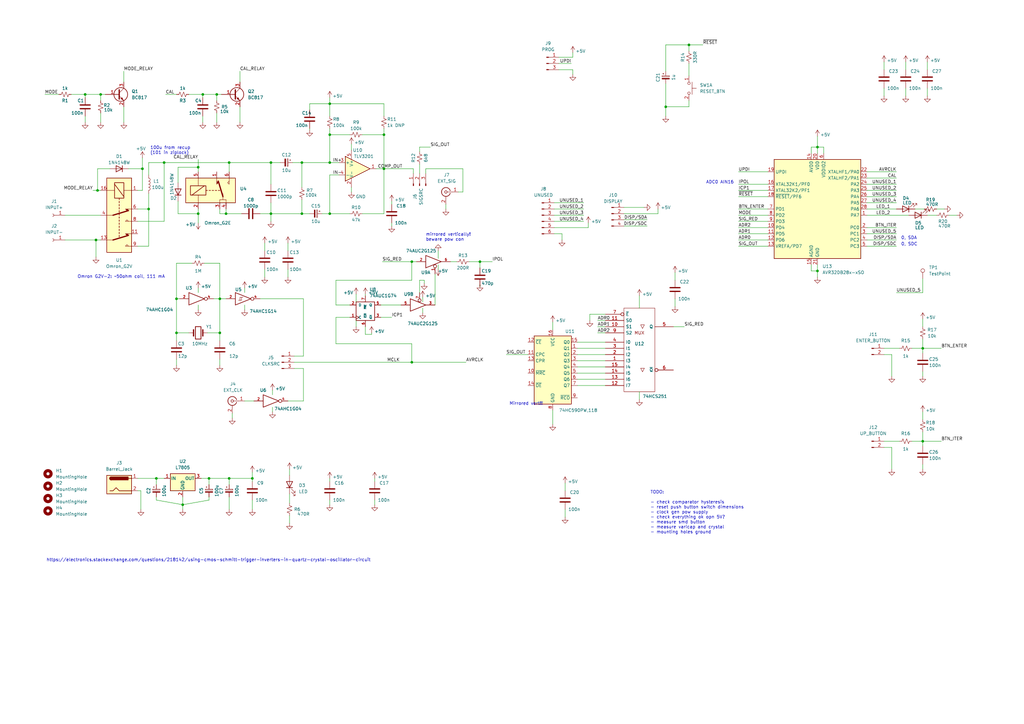
<source format=kicad_sch>
(kicad_sch (version 20211123) (generator eeschema)
  (paper "A3")
  (junction (at 93.98 66.675))
  (junction (at 123.825 66.675))
  (junction (at 135.255 42.545))
  (junction (at 72.39 122.555))
  (junction (at 85.725 196.215))
  (junction (at 168.91 107.315))
  (junction (at 64.135 196.215))
  (junction (at 74.93 207.01))
  (junction (at 378.46 180.975))
  (junction (at 135.255 55.245))
  (junction (at 282.575 18.415))
  (junction (at 88.9 38.735))
  (junction (at 90.17 122.555))
  (junction (at 378.46 142.875))
  (junction (at 41.275 38.735))
  (junction (at 81.28 68.58))
  (junction (at 111.125 66.675))
  (junction (at 335.28 60.325))
  (junction (at 196.85 107.315))
  (junction (at 111.125 87.63))
  (junction (at 67.31 66.675))
  (junction (at 40.005 78.105))
  (junction (at 273.05 43.815))
  (junction (at 103.505 196.215))
  (junction (at 168.91 148.59))
  (junction (at 39.37 98.425))
  (junction (at 135.255 66.675))
  (junction (at 157.48 55.245))
  (junction (at 92.71 87.63))
  (junction (at 123.825 87.63))
  (junction (at 93.98 196.215))
  (junction (at 81.28 87.63))
  (junction (at 58.42 69.215))
  (junction (at 335.28 111.125))
  (junction (at 60.96 85.725))
  (junction (at 157.48 69.215))
  (junction (at 34.925 38.735))
  (junction (at 83.185 38.735))
  (junction (at 72.39 136.525))
  (junction (at 135.255 87.63))
  (junction (at 90.17 136.525))
  (wire (pts (xy 231.775 208.915) (xy 231.775 212.09)))
  (wire (pts (xy 83.185 38.735) (xy 83.185 40.005)))
  (wire (pts (xy 236.855 158.115) (xy 248.285 158.115)))
  (wire (pts (xy 143.51 55.245) (xy 135.255 55.245)))
  (wire (pts (xy 152.4 136.525) (xy 152.4 137.16)))
  (wire (pts (xy 93.98 196.215) (xy 93.98 198.755)))
  (wire (pts (xy 81.28 68.58) (xy 81.28 65.405)))
  (wire (pts (xy 103.505 205.105) (xy 103.505 208.915)))
  (wire (pts (xy 56.515 90.805) (xy 67.31 90.805)))
  (wire (pts (xy 302.895 70.485) (xy 314.96 70.485)))
  (wire (pts (xy 335.28 55.88) (xy 335.28 60.325)))
  (wire (pts (xy 18.415 38.735) (xy 24.13 38.735)))
  (wire (pts (xy 156.21 125.095) (xy 164.465 125.095)))
  (wire (pts (xy 118.11 164.465) (xy 124.46 164.465)))
  (wire (pts (xy 88.9 46.355) (xy 88.9 50.165)))
  (wire (pts (xy 146.05 131.445) (xy 146.05 133.985)))
  (wire (pts (xy 262.255 160.655) (xy 262.255 163.83)))
  (wire (pts (xy 64.135 205.105) (xy 74.93 207.01)))
  (wire (pts (xy 137.795 140.97) (xy 168.91 140.97)))
  (wire (pts (xy 207.645 145.415) (xy 216.535 145.415)))
  (wire (pts (xy 189.865 69.215) (xy 174.625 69.215)))
  (wire (pts (xy 90.17 136.525) (xy 90.17 139.7)))
  (wire (pts (xy 276.86 111.76) (xy 276.86 114.935)))
  (wire (pts (xy 173.355 126.365) (xy 173.355 128.27)))
  (wire (pts (xy 72.39 107.95) (xy 72.39 122.555)))
  (wire (pts (xy 365.76 183.515) (xy 365.76 192.405)))
  (wire (pts (xy 127 87.63) (xy 123.825 87.63)))
  (wire (pts (xy 38.1 78.105) (xy 40.005 78.105)))
  (wire (pts (xy 100.33 164.465) (xy 104.14 164.465)))
  (wire (pts (xy 148.59 87.63) (xy 157.48 87.63)))
  (wire (pts (xy 168.91 107.315) (xy 168.91 114.935)))
  (wire (pts (xy 196.85 107.315) (xy 201.93 107.315)))
  (wire (pts (xy 154.305 69.215) (xy 157.48 69.215)))
  (wire (pts (xy 40.005 69.215) (xy 40.005 78.105)))
  (wire (pts (xy 124.46 151.13) (xy 124.46 164.465)))
  (wire (pts (xy 127 42.545) (xy 135.255 42.545)))
  (wire (pts (xy 67.31 66.675) (xy 93.98 66.675)))
  (wire (pts (xy 60.96 100.965) (xy 60.96 85.725)))
  (wire (pts (xy 380.365 88.265) (xy 384.175 88.265)))
  (wire (pts (xy 355.6 100.965) (xy 367.665 100.965)))
  (wire (pts (xy 135.255 40.005) (xy 135.255 42.545)))
  (wire (pts (xy 56.515 100.965) (xy 60.96 100.965)))
  (wire (pts (xy 332.74 108.585) (xy 332.74 111.125)))
  (wire (pts (xy 92.71 87.63) (xy 99.06 87.63)))
  (wire (pts (xy 74.93 207.01) (xy 85.725 205.105)))
  (wire (pts (xy 282.575 18.415) (xy 288.29 18.415)))
  (wire (pts (xy 34.925 38.735) (xy 34.925 40.005)))
  (wire (pts (xy 90.17 122.555) (xy 92.71 122.555)))
  (wire (pts (xy 282.575 26.035) (xy 282.575 31.115)))
  (wire (pts (xy 168.91 148.59) (xy 168.91 140.97)))
  (wire (pts (xy 81.28 125.095) (xy 81.28 127)))
  (wire (pts (xy 160.655 91.44) (xy 160.655 92.71)))
  (wire (pts (xy 156.21 130.175) (xy 160.655 130.175)))
  (wire (pts (xy 302.895 88.265) (xy 314.96 88.265)))
  (wire (pts (xy 375.285 85.725) (xy 379.095 85.725)))
  (wire (pts (xy 137.795 114.935) (xy 137.795 125.095)))
  (wire (pts (xy 229.235 28.575) (xy 234.95 28.575)))
  (wire (pts (xy 72.39 122.555) (xy 73.66 122.555)))
  (wire (pts (xy 135.255 196.215) (xy 135.255 197.485)))
  (wire (pts (xy 302.895 100.965) (xy 314.96 100.965)))
  (wire (pts (xy 135.255 55.245) (xy 135.255 52.705)))
  (wire (pts (xy 236.855 153.035) (xy 248.285 153.035)))
  (wire (pts (xy 187.96 78.74) (xy 189.865 78.74)))
  (wire (pts (xy 81.28 87.63) (xy 81.28 85.725)))
  (wire (pts (xy 93.98 66.675) (xy 111.125 66.675)))
  (wire (pts (xy 239.395 85.725) (xy 227.33 85.725)))
  (wire (pts (xy 362.585 183.515) (xy 365.76 183.515)))
  (wire (pts (xy 40.005 78.105) (xy 41.275 78.105)))
  (wire (pts (xy 236.855 150.495) (xy 248.285 150.495)))
  (wire (pts (xy 302.895 78.105) (xy 314.96 78.105)))
  (wire (pts (xy 100.33 118.11) (xy 100.33 120.015)))
  (wire (pts (xy 168.91 148.59) (xy 191.135 148.59)))
  (wire (pts (xy 41.275 38.735) (xy 41.275 41.275)))
  (wire (pts (xy 239.395 83.185) (xy 227.33 83.185)))
  (wire (pts (xy 355.6 95.885) (xy 367.665 95.885)))
  (wire (pts (xy 148.59 55.245) (xy 157.48 55.245)))
  (wire (pts (xy 367.665 73.025) (xy 355.6 73.025)))
  (wire (pts (xy 81.28 70.485) (xy 81.28 68.58)))
  (wire (pts (xy 85.725 203.835) (xy 85.725 205.105)))
  (wire (pts (xy 378.46 177.165) (xy 378.46 180.975)))
  (wire (pts (xy 123.825 76.835) (xy 123.825 66.675)))
  (wire (pts (xy 56.515 85.725) (xy 60.96 85.725)))
  (wire (pts (xy 172.085 114.935) (xy 172.085 120.015)))
  (wire (pts (xy 355.6 98.425) (xy 367.665 98.425)))
  (wire (pts (xy 26.67 88.265) (xy 41.275 88.265)))
  (wire (pts (xy 111.125 83.185) (xy 111.125 87.63)))
  (wire (pts (xy 196.85 117.475) (xy 196.85 116.84)))
  (wire (pts (xy 103.505 193.675) (xy 103.505 196.215)))
  (wire (pts (xy 73.025 87.63) (xy 81.28 87.63)))
  (wire (pts (xy 157.48 87.63) (xy 157.48 69.215)))
  (wire (pts (xy 118.745 192.405) (xy 118.745 194.945)))
  (wire (pts (xy 362.585 25.4) (xy 362.585 28.575)))
  (wire (pts (xy 371.475 25.4) (xy 371.475 28.575)))
  (wire (pts (xy 273.05 43.815) (xy 282.575 43.815)))
  (wire (pts (xy 88.9 38.735) (xy 88.9 41.275)))
  (wire (pts (xy 302.895 95.885) (xy 314.96 95.885)))
  (wire (pts (xy 137.795 130.175) (xy 143.51 130.175)))
  (wire (pts (xy 179.705 102.87) (xy 179.705 106.045)))
  (wire (pts (xy 227.33 95.885) (xy 230.505 95.885)))
  (wire (pts (xy 168.91 107.315) (xy 170.815 107.315)))
  (wire (pts (xy 378.46 180.975) (xy 386.08 180.975)))
  (wire (pts (xy 45.085 69.215) (xy 40.005 69.215)))
  (wire (pts (xy 335.28 108.585) (xy 335.28 111.125)))
  (wire (pts (xy 174.625 69.215) (xy 174.625 71.12)))
  (wire (pts (xy 255.905 85.09) (xy 264.16 85.09)))
  (wire (pts (xy 302.895 98.425) (xy 314.96 98.425)))
  (wire (pts (xy 241.935 128.905) (xy 248.285 128.905)))
  (wire (pts (xy 374.015 142.875) (xy 378.46 142.875)))
  (wire (pts (xy 378.46 168.91) (xy 378.46 172.085)))
  (wire (pts (xy 234.95 21.59) (xy 234.95 23.495)))
  (wire (pts (xy 157.48 69.215) (xy 157.48 55.245)))
  (wire (pts (xy 226.695 168.275) (xy 226.695 173.99)))
  (wire (pts (xy 83.82 107.95) (xy 90.17 107.95)))
  (wire (pts (xy 137.795 125.095) (xy 143.51 125.095)))
  (wire (pts (xy 302.895 80.645) (xy 314.96 80.645)))
  (wire (pts (xy 173.355 121.92) (xy 173.355 123.825)))
  (wire (pts (xy 73.025 74.93) (xy 73.025 68.58)))
  (wire (pts (xy 173.99 114.935) (xy 173.99 116.205)))
  (wire (pts (xy 227.33 93.345) (xy 241.3 93.345)))
  (wire (pts (xy 64.135 196.215) (xy 67.31 196.215)))
  (wire (pts (xy 229.235 23.495) (xy 234.95 23.495)))
  (wire (pts (xy 34.925 47.625) (xy 34.925 50.165)))
  (wire (pts (xy 57.785 201.295) (xy 57.785 208.915)))
  (wire (pts (xy 123.825 87.63) (xy 111.125 87.63)))
  (wire (pts (xy 157.48 52.705) (xy 157.48 55.245)))
  (wire (pts (xy 72.39 122.555) (xy 72.39 136.525)))
  (wire (pts (xy 189.865 78.74) (xy 189.865 69.215)))
  (wire (pts (xy 380.365 25.4) (xy 380.365 28.575)))
  (wire (pts (xy 56.515 201.295) (xy 57.785 201.295)))
  (wire (pts (xy 378.46 190.5) (xy 378.46 192.405)))
  (wire (pts (xy 90.17 147.32) (xy 90.17 149.86)))
  (wire (pts (xy 245.11 133.985) (xy 248.285 133.985)))
  (wire (pts (xy 127 52.705) (xy 127 53.34)))
  (wire (pts (xy 93.98 203.835) (xy 93.98 208.915)))
  (wire (pts (xy 123.825 66.675) (xy 135.255 66.675)))
  (wire (pts (xy 58.42 69.215) (xy 58.42 78.105)))
  (wire (pts (xy 332.74 60.325) (xy 335.28 60.325)))
  (wire (pts (xy 111.76 167.005) (xy 111.76 168.91)))
  (wire (pts (xy 83.185 47.625) (xy 83.185 50.165)))
  (wire (pts (xy 273.05 34.29) (xy 273.05 43.815)))
  (wire (pts (xy 50.8 29.21) (xy 50.8 33.655)))
  (wire (pts (xy 276.86 122.555) (xy 276.86 125.73)))
  (wire (pts (xy 302.895 85.725) (xy 314.96 85.725)))
  (wire (pts (xy 389.255 88.265) (xy 392.43 88.265)))
  (wire (pts (xy 58.42 64.77) (xy 58.42 69.215)))
  (wire (pts (xy 74.93 207.01) (xy 74.93 208.915)))
  (wire (pts (xy 255.905 87.63) (xy 269.875 87.63)))
  (wire (pts (xy 120.65 148.59) (xy 168.91 148.59)))
  (wire (pts (xy 236.855 145.415) (xy 248.285 145.415)))
  (wire (pts (xy 367.665 70.485) (xy 355.6 70.485)))
  (wire (pts (xy 29.21 38.735) (xy 34.925 38.735)))
  (wire (pts (xy 371.475 36.195) (xy 371.475 39.37)))
  (wire (pts (xy 118.11 110.49) (xy 118.11 113.665)))
  (wire (pts (xy 139.065 66.675) (xy 135.255 66.675)))
  (wire (pts (xy 60.96 79.375) (xy 60.96 85.725)))
  (wire (pts (xy 362.585 36.195) (xy 362.585 39.37)))
  (wire (pts (xy 135.255 66.675) (xy 135.255 55.245)))
  (wire (pts (xy 143.51 87.63) (xy 135.255 87.63)))
  (wire (pts (xy 118.745 202.565) (xy 118.745 206.375)))
  (wire (pts (xy 106.68 122.555) (xy 124.46 122.555)))
  (wire (pts (xy 337.82 62.865) (xy 337.82 60.325)))
  (wire (pts (xy 245.11 136.525) (xy 248.285 136.525)))
  (wire (pts (xy 39.37 98.425) (xy 41.275 98.425)))
  (wire (pts (xy 236.855 155.575) (xy 248.285 155.575)))
  (wire (pts (xy 90.17 107.95) (xy 90.17 122.555)))
  (wire (pts (xy 362.585 180.975) (xy 368.935 180.975)))
  (wire (pts (xy 367.665 83.185) (xy 355.6 83.185)))
  (wire (pts (xy 26.67 98.425) (xy 39.37 98.425)))
  (wire (pts (xy 82.55 196.215) (xy 85.725 196.215)))
  (wire (pts (xy 67.945 38.735) (xy 72.39 38.735)))
  (wire (pts (xy 90.17 87.63) (xy 90.17 85.725)))
  (wire (pts (xy 41.275 46.355) (xy 41.275 50.165)))
  (wire (pts (xy 236.855 142.875) (xy 248.285 142.875)))
  (wire (pts (xy 355.6 93.345) (xy 367.665 93.345)))
  (wire (pts (xy 50.8 43.815) (xy 50.8 50.165)))
  (wire (pts (xy 230.505 95.885) (xy 230.505 98.425)))
  (wire (pts (xy 135.255 42.545) (xy 135.255 47.625)))
  (wire (pts (xy 52.705 69.215) (xy 58.42 69.215)))
  (wire (pts (xy 153.67 205.105) (xy 153.67 207.01)))
  (wire (pts (xy 378.46 152.4) (xy 378.46 154.305)))
  (wire (pts (xy 367.665 75.565) (xy 355.6 75.565)))
  (wire (pts (xy 367.665 85.725) (xy 355.6 85.725)))
  (wire (pts (xy 118.745 211.455) (xy 118.745 214.63)))
  (wire (pts (xy 169.545 69.215) (xy 169.545 71.12)))
  (wire (pts (xy 378.46 142.875) (xy 378.46 144.78)))
  (wire (pts (xy 111.125 87.63) (xy 111.125 90.805)))
  (wire (pts (xy 124.46 146.05) (xy 120.65 146.05)))
  (wire (pts (xy 314.96 93.345) (xy 302.895 93.345)))
  (wire (pts (xy 106.68 87.63) (xy 111.125 87.63)))
  (wire (pts (xy 118.11 99.695) (xy 118.11 102.87)))
  (wire (pts (xy 236.855 147.955) (xy 248.285 147.955)))
  (wire (pts (xy 172.085 60.325) (xy 176.53 60.325)))
  (wire (pts (xy 144.145 76.835) (xy 144.145 78.74)))
  (wire (pts (xy 380.365 36.195) (xy 380.365 39.37)))
  (wire (pts (xy 60.96 66.675) (xy 67.31 66.675)))
  (wire (pts (xy 362.585 145.415) (xy 365.76 145.415)))
  (wire (pts (xy 98.425 43.815) (xy 98.425 50.165)))
  (wire (pts (xy 156.845 107.315) (xy 168.91 107.315)))
  (wire (pts (xy 378.46 139.065) (xy 378.46 142.875)))
  (wire (pts (xy 157.48 69.215) (xy 169.545 69.215)))
  (wire (pts (xy 332.74 111.125) (xy 335.28 111.125)))
  (wire (pts (xy 226.695 132.08) (xy 226.695 135.255)))
  (wire (pts (xy 241.935 128.905) (xy 241.935 131.445)))
  (wire (pts (xy 378.46 130.81) (xy 378.46 133.985)))
  (wire (pts (xy 98.425 33.655) (xy 98.425 29.21)))
  (wire (pts (xy 34.925 38.735) (xy 41.275 38.735)))
  (wire (pts (xy 81.28 118.11) (xy 81.28 120.015)))
  (wire (pts (xy 39.37 98.425) (xy 39.37 105.41)))
  (wire (pts (xy 135.255 71.755) (xy 139.065 71.755)))
  (wire (pts (xy 73.025 82.55) (xy 73.025 87.63)))
  (wire (pts (xy 157.48 47.625) (xy 157.48 42.545)))
  (wire (pts (xy 81.28 91.44) (xy 81.28 87.63)))
  (wire (pts (xy 192.405 107.315) (xy 196.85 107.315)))
  (wire (pts (xy 85.09 136.525) (xy 90.17 136.525)))
  (wire (pts (xy 111.76 160.02) (xy 111.76 161.925)))
  (wire (pts (xy 67.31 90.805) (xy 67.31 66.675)))
  (wire (pts (xy 64.135 196.215) (xy 64.135 198.755)))
  (wire (pts (xy 114.935 66.675) (xy 111.125 66.675)))
  (wire (pts (xy 365.76 145.415) (xy 365.76 154.305)))
  (wire (pts (xy 120.65 151.13) (xy 124.46 151.13)))
  (wire (pts (xy 367.665 78.105) (xy 355.6 78.105)))
  (wire (pts (xy 245.11 131.445) (xy 248.285 131.445)))
  (wire (pts (xy 179.705 108.585) (xy 179.705 110.49)))
  (wire (pts (xy 178.435 112.395) (xy 178.435 125.095)))
  (wire (pts (xy 78.74 107.95) (xy 72.39 107.95)))
  (wire (pts (xy 374.015 180.975) (xy 378.46 180.975)))
  (wire (pts (xy 111.125 66.675) (xy 111.125 75.565)))
  (wire (pts (xy 236.855 140.335) (xy 248.285 140.335)))
  (wire (pts (xy 378.46 180.975) (xy 378.46 182.88)))
  (wire (pts (xy 64.135 203.835) (xy 64.135 205.105)))
  (wire (pts (xy 269.875 85.725) (xy 269.875 87.63)))
  (wire (pts (xy 72.39 136.525) (xy 72.39 139.7)))
  (wire (pts (xy 314.96 75.565) (xy 302.895 75.565)))
  (wire (pts (xy 85.725 196.215) (xy 93.98 196.215)))
  (wire (pts (xy 93.98 196.215) (xy 103.505 196.215)))
  (wire (pts (xy 41.275 38.735) (xy 43.18 38.735)))
  (wire (pts (xy 184.785 107.315) (xy 187.325 107.315)))
  (wire (pts (xy 332.74 60.325) (xy 332.74 62.865)))
  (wire (pts (xy 231.775 198.12) (xy 231.775 201.295)))
  (wire (pts (xy 149.86 120.65) (xy 149.86 121.285)))
  (wire (pts (xy 255.905 92.71) (xy 265.43 92.71)))
  (wire (pts (xy 90.17 122.555) (xy 90.17 136.525)))
  (wire (pts (xy 172.085 62.23) (xy 172.085 60.325)))
  (wire (pts (xy 262.255 121.285) (xy 262.255 126.365)))
  (wire (pts (xy 282.575 41.275) (xy 282.575 43.815)))
  (wire (pts (xy 124.46 122.555) (xy 124.46 146.05)))
  (wire (pts (xy 83.185 38.735) (xy 88.9 38.735)))
  (wire (pts (xy 149.86 133.985) (xy 149.86 137.16)))
  (wire (pts (xy 172.085 71.12) (xy 172.085 67.31)))
  (wire (pts (xy 241.3 91.44) (xy 241.3 93.345)))
  (wire (pts (xy 234.95 28.575) (xy 234.95 30.48)))
  (wire (pts (xy 74.93 207.01) (xy 74.93 203.835)))
  (wire (pts (xy 95.25 169.545) (xy 95.25 171.45)))
  (wire (pts (xy 362.585 142.875) (xy 368.935 142.875)))
  (wire (pts (xy 367.665 80.645) (xy 355.6 80.645)))
  (wire (pts (xy 92.71 85.725) (xy 92.71 87.63)))
  (wire (pts (xy 384.175 85.725) (xy 387.35 85.725)))
  (wire (pts (xy 132.08 87.63) (xy 135.255 87.63)))
  (wire (pts (xy 72.39 147.32) (xy 72.39 149.86)))
  (wire (pts (xy 157.48 42.545) (xy 135.255 42.545)))
  (wire (pts (xy 302.895 90.805) (xy 314.96 90.805)))
  (wire (pts (xy 273.05 18.415) (xy 282.575 18.415)))
  (wire (pts (xy 335.28 60.325) (xy 337.82 60.325)))
  (wire (pts (xy 239.395 90.805) (xy 227.33 90.805)))
  (wire (pts (xy 153.67 196.215) (xy 153.67 197.485)))
  (wire (pts (xy 90.17 87.63) (xy 92.71 87.63)))
  (wire (pts (xy 56.515 196.215) (xy 64.135 196.215)))
  (wire (pts (xy 234.315 26.035) (xy 229.235 26.035)))
  (wire (pts (xy 378.46 142.875) (xy 386.08 142.875)))
  (wire (pts (xy 123.825 81.915) (xy 123.825 87.63)))
  (wire (pts (xy 108.585 99.695) (xy 108.585 102.87)))
  (wire (pts (xy 149.86 137.16) (xy 152.4 137.16)))
  (wire (pts (xy 135.255 87.63) (xy 135.255 71.755)))
  (wire (pts (xy 85.725 196.215) (xy 85.725 198.755)))
  (wire (pts (xy 58.42 78.105) (xy 56.515 78.105)))
  (wire (pts (xy 160.655 82.55) (xy 160.655 83.82)))
  (wire (pts (xy 273.05 29.21) (xy 273.05 18.415)))
  (wire (pts (xy 137.795 140.97) (xy 137.795 130.175)))
  (wire (pts (xy 127 45.085) (xy 127 42.545)))
  (wire (pts (xy 239.395 88.265) (xy 227.33 88.265)))
  (wire (pts (xy 280.67 133.985) (xy 276.225 133.985)))
  (wire (pts (xy 73.025 68.58) (xy 81.28 68.58)))
  (wire (pts (xy 60.96 71.755) (xy 60.96 66.675)))
  (wire (pts (xy 335.28 111.125) (xy 335.28 113.665)))
  (wire (pts (xy 172.085 114.935) (xy 173.99 114.935)))
  (wire (pts (xy 255.905 90.17) (xy 265.43 90.17)))
  (wire (pts (xy 196.85 107.315) (xy 196.85 109.855)))
  (wire (pts (xy 93.98 66.675) (xy 93.98 70.485)))
  (wire (pts (xy 108.585 110.49) (xy 108.585 113.665)))
  (wire (pts (xy 273.05 43.815) (xy 273.05 47.625)))
  (wire (pts (xy 367.665 120.015) (xy 378.46 120.015)))
  (wire (pts (xy 372.745 88.265) (xy 355.6 88.265)))
  (wire (pts (xy 182.88 83.82) (xy 182.88 85.725)))
  (wire (pts (xy 146.05 120.65) (xy 146.05 123.825)))
  (wire (pts (xy 120.015 66.675) (xy 123.825 66.675)))
  (wire (pts (xy 87.63 122.555) (xy 90.17 122.555)))
  (wire (pts (xy 103.505 196.215) (xy 103.505 197.485)))
  (wire (pts (xy 100.33 125.095) (xy 100.33 127)))
  (wire (pts (xy 335.28 62.865) (xy 335.28 60.325)))
  (wire (pts (xy 88.9 38.735) (xy 90.805 38.735)))
  (wire (pts (xy 144.145 59.055) (xy 144.145 61.595)))
  (wire (pts (xy 135.255 205.105) (xy 135.255 207.01)))
  (wire (pts (xy 72.39 136.525) (xy 77.47 136.525)))
  (wire (pts (xy 282.575 18.415) (xy 282.575 20.955)))
  (wire (pts (xy 77.47 38.735) (xy 83.185 38.735)))
  (wire (pts (xy 168.91 114.935) (xy 137.795 114.935)))
  (wire (pts (xy 378.46 120.015) (xy 378.46 114.3)))
  (text "100u from recup\n(101 in ziplock)" (at 61.595 63.5 0) (effects (font (size 1.27 1.27)) (justify left bottom)))
  (text "mirrored vertically!\nbeware pow con\n" (at 174.625 99.06 0) (effects (font (size 1.27 1.27)) (justify left bottom)))
  (text "0, SDC\n" (at 369.57 100.965 0) (effects (font (size 1.27 1.27)) (justify left bottom)))
  (text "TODO:\n\n- check comparator hysteresis\n- reset push button switch dimensions\n- clock gen pow supply\n- check everything ok opn 5V?\n- measure smd button\n- measure varicap and crystal\n- mounting holes ground\n" (at 266.7 219.075 0) (effects (font (size 1.27 1.27)) (justify left bottom)))
  (text "Mirrored vert!!\n" (at 208.915 166.37 0) (effects (font (size 1.27 1.27)) (justify left bottom)))
  (text "Omron G2V-2: ~50ohm coil, 111 mA" (at 31.75 114.3 0) (effects (font (size 1.27 1.27)) (justify left bottom)))
  (text "ADC0 AIN16\n" (at 289.56 75.565 0) (effects (font (size 1.27 1.27)) (justify left bottom)))
  (text "0, SDA" (at 369.57 98.425 0) (effects (font (size 1.27 1.27)) (justify left bottom)))
  (text "https://electronics.stackexchange.com/questions/218142/using-cmos-schmitt-trigger-inverters-in-quartz-crystal-oscillator-circuit" (at 19.05 230.505 0) (effects (font (size 1.27 1.27)) (justify left bottom)))
  (label "UNUSED_4" (at 367.665 83.185 180))
  (label "ADR1" (at 302.895 95.885 0))
  (label "UNUSED_2" (at 239.395 85.725 180))
  (label "AVRCLK" (at 191.135 148.59 0))
  (label "UPDI" (at 302.895 70.485 0))
  (label "CAL" (at 367.665 73.025 180))
  (label "MODE" (at 18.415 38.735 0))
  (label "ADR0" (at 245.11 131.445 0))
  (label "UPDI" (at 234.315 26.035 180))
  (label "IPOL" (at 201.93 107.315 0))
  (label "UNUSED_5" (at 367.665 95.885 180))
  (label "ICP1" (at 302.895 78.105 0))
  (label "UNUSED_2" (at 367.665 78.105 180))
  (label "MODE" (at 302.895 88.265 0))
  (label "UNUSED_3" (at 239.395 88.265 180))
  (label "ICP1" (at 160.655 130.175 0))
  (label "DISP{slash}SDC" (at 265.43 92.71 180))
  (label "UNUSED_5" (at 367.665 120.015 0))
  (label "BTN_ITER" (at 367.665 93.345 180))
  (label "DISP{slash}SDC" (at 367.665 100.965 180))
  (label "SIG_RED" (at 156.845 107.315 0))
  (label "~{RESET}" (at 288.29 18.415 0))
  (label "SIG_RED" (at 280.67 133.985 0))
  (label "ADR1" (at 245.11 133.985 0))
  (label "IN-" (at 136.525 71.755 0))
  (label "SIG_OUT" (at 176.53 60.325 0))
  (label "BTN_ENTER" (at 302.895 85.725 0))
  (label "IN+" (at 136.525 66.675 0))
  (label "UNUSED_1" (at 367.665 75.565 180))
  (label "SIG_OUT" (at 302.895 100.965 0))
  (label "AVRCLK" (at 367.665 70.485 180))
  (label "UNUSED_4" (at 239.395 90.805 180))
  (label "CAL" (at 67.945 38.735 0))
  (label "MODE_RELAY" (at 50.8 29.21 0))
  (label "DISP{slash}SDA" (at 367.665 98.425 180))
  (label "UNUSED_1" (at 239.395 83.185 180))
  (label "CAL_RELAY" (at 81.28 65.405 180))
  (label "DISP{slash}SDA" (at 265.43 90.17 180))
  (label "ADR0" (at 302.895 98.425 0))
  (label "BTN_ENTER" (at 386.08 142.875 0))
  (label "CAL_RELAY" (at 98.425 29.21 0))
  (label "LED_1" (at 365.125 85.725 180))
  (label "ADR2" (at 302.895 93.345 0))
  (label "IPOL" (at 302.895 75.565 0))
  (label "BTN_ITER" (at 386.08 180.975 0))
  (label "LED_2" (at 365.125 88.265 180))
  (label "COMP_OUT" (at 154.94 69.215 0))
  (label "MODE_RELAY" (at 38.1 78.105 180))
  (label "MCLK" (at 158.75 148.59 0))
  (label "SIG_OUT" (at 207.645 145.415 0))
  (label "UNUSED_3" (at 367.665 80.645 180))
  (label "ADR2" (at 245.11 136.525 0))
  (label "~{RESET}" (at 302.895 80.645 0))
  (label "SIG_RED" (at 302.895 90.805 0))
  (symbol (lib_id "Device:C") (at 108.585 106.68 180) (unit 1)
    (property "Reference" "C10" (at 109.22 103.505 0) (effects (justify right)))
    (property "Value" "100n" (at 109.22 110.49 0) (effects (justify right)))
    (property "Footprint" "Capacitor_SMD:C_0805_2012Metric_Pad1.18x1.45mm_HandSolder" (effects hide))
  )
  (symbol (lib_id "power:GND") (at 231.775 212.09 0) (unit 1)
    (property "Reference" "#PWR056" (effects hide))
    (property "Value" "GND" (effects hide))
  )
  (symbol (lib_id "Device:C_Polarized_Small") (at 64.135 201.295 0) (unit 1)
    (property "Reference" "C2" (at 60.96 201.295 90))
    (property "Value" "100u" (at 67.31 201.295 90))
    (property "Footprint" "Capacitor_THT:CP_Radial_D5.0mm_P2.00mm" (effects hide))
  )
  (symbol (lib_id "power:+5V") (at 81.28 91.44 0) (mirror x) (unit 1)
    (property "Reference" "#PWR09" (effects hide))
    (property "Value" "+5V" (at 78.105 92.075 0))
  )
  (symbol (lib_id "power:GND") (at 108.585 113.665 0) (unit 1)
    (property "Reference" "#PWR023" (effects hide))
    (property "Value" "GND" (effects hide))
  )
  (symbol (lib_id "power:GND") (at 362.585 39.37 0) (unit 1)
    (property "Reference" "#PWR071" (effects hide))
    (property "Value" "GND" (effects hide))
  )
  (symbol (lib_id "Device:C") (at 127 48.895 180) (unit 1)
    (property "Reference" "C14" (at 123.825 46.355 0) (effects (justify right)))
    (property "Value" "100n" (at 121.285 51.435 0) (effects (justify right)))
    (property "Footprint" "Capacitor_SMD:C_0805_2012Metric_Pad1.18x1.45mm_HandSolder" (effects hide))
  )
  (symbol (lib_id "power:GND") (at 371.475 39.37 0) (unit 1)
    (property "Reference" "#PWR075" (effects hide))
    (property "Value" "GND" (effects hide))
  )
  (symbol (lib_id "power:+5V") (at 173.355 121.92 0) (unit 1)
    (property "Reference" "#PWR045" (effects hide))
    (property "Value" "+5V" (at 176.53 121.285 0))
  )
  (symbol (lib_id "power:GND") (at 127 53.34 0) (unit 1)
    (property "Reference" "#PWR031" (effects hide))
    (property "Value" "GND" (effects hide))
  )
  (symbol (lib_id "power:+5V") (at 262.255 121.285 0) (unit 1)
    (property "Reference" "#PWR061" (effects hide))
    (property "Value" "+5V" (at 265.43 120.65 0))
  )
  (symbol (lib_id "Device:C") (at 135.255 201.295 180) (unit 1)
    (property "Reference" "C16" (at 137.16 198.12 0) (effects (justify right)))
    (property "Value" "100n" (at 136.525 205.105 0) (effects (justify right)))
    (property "Footprint" "Capacitor_SMD:C_0805_2012Metric_Pad1.18x1.45mm_HandSolder" (effects hide))
  )
  (symbol (lib_id "power:+5V") (at 111.76 160.02 0) (unit 1)
    (property "Reference" "#PWR025" (effects hide))
    (property "Value" "+5V" (at 114.935 159.385 0))
  )
  (symbol (lib_id "power:GND") (at 144.145 78.74 0) (unit 1)
    (property "Reference" "#PWR036" (effects hide))
    (property "Value" "GND" (at 147.955 80.645 0))
  )
  (symbol (lib_id "Connector:TestPoint") (at 378.46 114.3 0) (unit 1)
    (property "Reference" "TP1" (at 381 109.7279 0) (effects (justify left)))
    (property "Value" "TestPoint" (at 381 112.2679 0) (effects (justify left)))
    (property "Footprint" "TestPoint:TestPoint_THTPad_1.0x1.0mm_Drill0.5mm" (effects hide))
  )
  (symbol (lib_id "74xx_IEEE:74251") (at 262.255 142.875 0) (unit 1)
    (property "Reference" "U12" (at 262.255 140.97 0))
    (property "Value" "74HCS251" (at 268.605 162.56 0))
    (property "Footprint" "Package_SO:SOIC-16_4.55x10.3mm_P1.27mm" (effects hide))
  )
  (symbol (lib_id "power:GND") (at 146.05 133.985 0) (mirror y) (unit 1)
    (property "Reference" "#PWR038" (effects hide))
    (property "Value" "GND" (effects hide))
  )
  (symbol (lib_id "74xGxx:74AUC2G125") (at 178.435 107.315 0) (mirror x) (unit 1)
    (property "Reference" "U9" (at 174.625 111.76 0))
    (property "Value" "74AUC2G125" (at 172.72 102.87 0))
    (property "Footprint" "Package_SO:VSSOP-8_2.4x2.1mm_P0.5mm" (effects hide))
    (property "Datasheet" "http://www.ti.com/lit/sg/scyt129e/scyt129e.pdf" (effects hide))
  )
  (symbol (lib_id "power:GND") (at 153.67 207.01 0) (unit 1)
    (property "Reference" "#PWR042" (effects hide))
    (property "Value" "GND" (effects hide))
  )
  (symbol (lib_id "power:GND") (at 100.33 127 0) (mirror y) (unit 1)
    (property "Reference" "#PWR019" (effects hide))
    (property "Value" "GND" (effects hide))
  )
  (symbol (lib_id "Device:C") (at 378.46 148.59 180) (unit 1)
    (property "Reference" "C25" (at 381 147.32 0) (effects (justify right)))
    (property "Value" "100n" (at 381 149.86 0) (effects (justify right)))
    (property "Footprint" "Capacitor_SMD:C_0805_2012Metric_Pad1.18x1.45mm_HandSolder" (effects hide))
  )
  (symbol (lib_id "Comparator:TLV7031DBV") (at 146.685 69.215 0) (unit 1)
    (property "Reference" "U10" (at 146.685 61.595 0))
    (property "Value" "TLV3201" (at 149.225 64.135 0))
    (property "Footprint" "Package_TO_SOT_SMD:SOT-23-5" (effects hide))
    (property "Datasheet" "https://www.ti.com/lit/ds/symlink/tlv7031.pdf" (effects hide))
  )
  (symbol (lib_id "Device:C_Polarized_Small") (at 117.475 66.675 270) (unit 1)
    (property "Reference" "C12" (at 117.475 63.5 90))
    (property "Value" "10u" (at 117.475 69.85 90))
    (property "Footprint" "Capacitor_THT:CP_Radial_D5.0mm_P2.00mm" (effects hide))
  )
  (symbol (lib_id "power:GND") (at 378.46 192.405 0) (unit 1)
    (property "Reference" "#PWR079" (effects hide))
    (property "Value" "GND" (effects hide))
  )
  (symbol (lib_id "Device:C_Polarized_Small") (at 129.54 87.63 270) (unit 1)
    (property "Reference" "C15" (at 129.54 84.455 90))
    (property "Value" "10u" (at 129.54 90.805 90))
    (property "Footprint" "Capacitor_THT:CP_Radial_D5.0mm_P2.00mm" (effects hide))
  )
  (symbol (lib_id "power:GND") (at 95.25 171.45 0) (mirror y) (unit 1)
    (property "Reference" "#PWR016" (effects hide))
    (property "Value" "GND" (effects hide))
  )
  (symbol (lib_id "power:+5V") (at 335.28 55.88 0) (unit 1)
    (property "Reference" "#PWR068" (effects hide))
    (property "Value" "+5V" (at 338.455 55.245 0))
  )
  (symbol (lib_id "power:GND") (at 179.705 102.87 0) (mirror x) (unit 1)
    (property "Reference" "#PWR048" (effects hide))
    (property "Value" "GND" (effects hide))
  )
  (symbol (lib_id "custom:Omron_G2E") (at 87.63 78.105 0) (unit 1)
    (property "Reference" "U4" (at 98.425 77.4064 0) (effects (justify left)))
    (property "Value" "Omron_G2E" (at 83.82 91.44 0) (effects (justify left)))
    (property "Footprint" "custom:Omron G2E" (effects hide))
  )
  (symbol (lib_id "Device:R_Small_US") (at 172.085 64.77 180) (unit 1)
    (property "Reference" "R12" (at 169.545 64.77 90))
    (property "Value" "6k8" (at 174.625 64.77 90))
    (property "Footprint" "Resistor_SMD:R_0805_2012Metric_Pad1.20x1.40mm_HandSolder" (effects hide))
  )
  (symbol (lib_id "power:+5V") (at 149.86 120.65 0) (unit 1)
    (property "Reference" "#PWR039" (effects hide))
    (property "Value" "+5V" (at 153.035 120.015 0))
  )
  (symbol (lib_id "power:GND") (at 365.76 154.305 0) (unit 1)
    (property "Reference" "#PWR072" (effects hide))
    (property "Value" "GND" (effects hide))
  )
  (symbol (lib_id "power:GND") (at 93.98 208.915 0) (unit 1)
    (property "Reference" "#PWR015" (effects hide))
    (property "Value" "GND" (effects hide))
  )
  (symbol (lib_id "power:GND") (at 81.28 127 0) (mirror y) (unit 1)
    (property "Reference" "#PWR011" (effects hide))
    (property "Value" "GND" (effects hide))
  )
  (symbol (lib_id "Diode:1N4148W") (at 73.025 78.74 270) (mirror x) (unit 1)
    (property "Reference" "D2" (at 69.85 81.28 90) (effects (justify left)))
    (property "Value" "1N4148W" (at 70.485 80.01 0) (effects (justify left)))
    (property "Footprint" "Diode_SMD:D_SOD-123" (effects hide))
    (property "Datasheet" "https://www.vishay.com/docs/85748/1n4148w.pdf" (effects hide))
  )
  (symbol (lib_id "power:+5V") (at 234.95 21.59 0) (unit 1)
    (property "Reference" "#PWR057" (effects hide))
    (property "Value" "+5V" (at 238.125 20.955 0))
  )
  (symbol (lib_id "Device:R_Small_US") (at 26.67 38.735 270) (unit 1)
    (property "Reference" "R1" (at 26.67 41.275 90))
    (property "Value" "1k" (at 26.67 36.195 90))
    (property "Footprint" "Resistor_SMD:R_0805_2012Metric_Pad1.20x1.40mm_HandSolder" (effects hide))
  )
  (symbol (lib_id "Device:C") (at 103.505 201.295 180) (unit 1)
    (property "Reference" "C9" (at 105.41 198.12 0) (effects (justify right)))
    (property "Value" "100n" (at 104.775 205.105 0) (effects (justify right)))
    (property "Footprint" "Capacitor_SMD:C_0805_2012Metric_Pad1.18x1.45mm_HandSolder" (effects hide))
  )
  (symbol (lib_id "Mechanical:MountingHole") (at 19.685 199.39 0) (unit 1)
    (property "Reference" "H2" (at 22.86 198.1199 0) (effects (justify left)))
    (property "Value" "MountingHole" (at 22.86 200.6599 0) (effects (justify left)))
    (property "Footprint" "MountingHole:MountingHole_3.2mm_M3_Pad" (effects hide))
  )
  (symbol (lib_id "Device:R_Small_US") (at 378.46 136.525 0) (unit 1)
    (property "Reference" "R17" (at 382.27 135.255 0))
    (property "Value" "10k" (at 382.27 137.795 0))
    (property "Footprint" "Resistor_SMD:R_0805_2012Metric_Pad1.20x1.40mm_HandSolder" (effects hide))
  )
  (symbol (lib_id "power:+5V") (at 276.86 111.76 0) (unit 1)
    (property "Reference" "#PWR066" (effects hide))
    (property "Value" "+5V" (at 280.035 111.125 0))
  )
  (symbol (lib_id "Device:C") (at 196.85 113.665 180) (unit 1)
    (property "Reference" "C19" (at 197.485 111.125 0) (effects (justify right)))
    (property "Value" "470p" (at 197.485 116.205 0) (effects (justify right)))
    (property "Footprint" "Capacitor_SMD:C_0805_2012Metric_Pad1.18x1.45mm_HandSolder" (effects hide))
  )
  (symbol (lib_id "Device:C") (at 160.655 87.63 180) (unit 1)
    (property "Reference" "C18" (at 162.56 84.455 0) (effects (justify right)))
    (property "Value" "100n" (at 161.925 91.44 0) (effects (justify right)))
    (property "Footprint" "Capacitor_SMD:C_0805_2012Metric_Pad1.18x1.45mm_HandSolder" (effects hide))
  )
  (symbol (lib_id "Device:C_Polarized_Small") (at 273.05 31.75 0) (unit 1)
    (property "Reference" "C21" (at 269.875 31.75 90))
    (property "Value" "1u" (at 276.225 31.75 90))
    (property "Footprint" "Capacitor_SMD:C_0805_2012Metric_Pad1.18x1.45mm_HandSolder" (effects hide))
  )
  (symbol (lib_id "Device:R_Small_US") (at 282.575 23.495 180) (unit 1)
    (property "Reference" "R14" (at 280.035 23.495 90))
    (property "Value" "330R" (at 285.115 23.495 90))
    (property "Footprint" "Resistor_SMD:R_0805_2012Metric_Pad1.20x1.40mm_HandSolder" (effects hide))
  )
  (symbol (lib_id "Device:C") (at 153.67 201.295 180) (unit 1)
    (property "Reference" "C17" (at 155.575 198.12 0) (effects (justify right)))
    (property "Value" "100n" (at 154.94 205.105 0) (effects (justify right)))
    (property "Footprint" "Capacitor_SMD:C_0805_2012Metric_Pad1.18x1.45mm_HandSolder" (effects hide))
  )
  (symbol (lib_id "power:+5V") (at 160.655 82.55 0) (unit 1)
    (property "Reference" "#PWR043" (effects hide))
    (property "Value" "+5V" (at 163.83 81.915 0))
  )
  (symbol (lib_id "Device:C_Polarized_Small") (at 93.98 201.295 0) (unit 1)
    (property "Reference" "C7" (at 90.805 201.295 90))
    (property "Value" "100u" (at 97.155 201.295 90))
    (property "Footprint" "Capacitor_THT:CP_Radial_D5.0mm_P2.00mm" (effects hide))
  )
  (symbol (lib_id "Device:LED") (at 376.555 88.265 180) (unit 1)
    (property "Reference" "D5" (at 375.285 91.44 0) (effects (justify right)))
    (property "Value" "LED" (at 375.285 93.345 0) (effects (justify right)))
    (property "Footprint" "LED_SMD:LED_1206_3216Metric" (effects hide))
  )
  (symbol (lib_id "power:+5V") (at 118.11 99.695 0) (unit 1)
    (property "Reference" "#PWR027" (effects hide))
    (property "Value" "+5V" (at 121.285 99.06 0))
  )
  (symbol (lib_id "power:+5V") (at 269.875 85.725 0) (unit 1)
    (property "Reference" "#PWR064" (effects hide))
    (property "Value" "+5V" (at 273.05 85.09 0))
  )
  (symbol (lib_id "Device:R_Small_US") (at 371.475 180.975 90) (unit 1)
    (property "Reference" "R16" (at 371.475 177.8 90))
    (property "Value" "1k" (at 371.475 184.15 90))
    (property "Footprint" "Resistor_SMD:R_0805_2012Metric_Pad1.20x1.40mm_HandSolder" (effects hide))
  )
  (symbol (lib_id "Mechanical:MountingHole") (at 19.685 204.47 0) (unit 1)
    (property "Reference" "H3" (at 22.86 203.1999 0) (effects (justify left)))
    (property "Value" "MountingHole" (at 22.86 205.7399 0) (effects (justify left)))
    (property "Footprint" "MountingHole:MountingHole_3.2mm_M3_Pad" (effects hide))
  )
  (symbol (lib_id "Device:C") (at 34.925 43.815 180) (unit 1)
    (property "Reference" "C1" (at 31.75 41.275 0) (effects (justify right)))
    (property "Value" "100n" (at 29.21 46.355 0) (effects (justify right)))
    (property "Footprint" "Capacitor_SMD:C_0805_2012Metric_Pad1.18x1.45mm_HandSolder" (effects hide))
  )
  (symbol (lib_id "power:GND") (at 111.125 90.805 0) (unit 1)
    (property "Reference" "#PWR024" (effects hide))
    (property "Value" "GND" (effects hide))
  )
  (symbol (lib_id "Device:R_Small_US") (at 123.825 79.375 180) (unit 1)
    (property "Reference" "R7" (at 127 78.105 0))
    (property "Value" "100k" (at 127.635 80.01 0))
    (property "Footprint" "Resistor_SMD:R_0805_2012Metric_Pad1.20x1.40mm_HandSolder" (effects hide))
  )
  (symbol (lib_id "power:GND") (at 98.425 50.165 0) (unit 1)
    (property "Reference" "#PWR017" (effects hide))
    (property "Value" "GND" (effects hide))
  )
  (symbol (lib_id "Device:R_Small_US") (at 41.275 43.815 0) (unit 1)
    (property "Reference" "R2" (at 43.815 43.18 0))
    (property "Value" "10k" (at 44.45 45.085 0))
    (property "Footprint" "Resistor_SMD:R_0805_2012Metric_Pad1.20x1.40mm_HandSolder" (effects hide))
  )
  (symbol (lib_id "power:+5V") (at 226.695 132.08 0) (unit 1)
    (property "Reference" "#PWR052" (effects hide))
    (property "Value" "+5V" (at 229.87 131.445 0))
  )
  (symbol (lib_id "Mechanical:MountingHole") (at 19.685 209.55 0) (unit 1)
    (property "Reference" "H4" (at 22.86 208.2799 0) (effects (justify left)))
    (property "Value" "MountingHole" (at 22.86 210.8199 0) (effects (justify left)))
    (property "Footprint" "MountingHole:MountingHole_3.2mm_M3_Pad" (effects hide))
  )
  (symbol (lib_id "Device:R_Small_US") (at 135.255 50.165 180) (unit 1)
    (property "Reference" "R8" (at 136.525 48.895 0) (effects (justify right)))
    (property "Value" "100k" (at 136.525 51.435 0) (effects (justify right)))
    (property "Footprint" "Resistor_SMD:R_0805_2012Metric_Pad1.20x1.40mm_HandSolder" (effects hide))
  )
  (symbol (lib_id "Connector:Conn_01x03_Male") (at 115.57 148.59 0) (unit 1)
    (property "Reference" "J5" (at 111.125 146.685 0))
    (property "Value" "CLKSRC" (at 111.125 149.225 0))
    (property "Footprint" "Connector_PinHeader_2.54mm:PinHeader_1x03_P2.54mm_Vertical" (effects hide))
  )
  (symbol (lib_id "power:GND") (at 39.37 105.41 0) (unit 1)
    (property "Reference" "#PWR02" (effects hide))
    (property "Value" "GND" (effects hide))
  )
  (symbol (lib_id "power:GND") (at 276.86 125.73 0) (unit 1)
    (property "Reference" "#PWR067" (effects hide))
    (property "Value" "GND" (effects hide))
  )
  (symbol (lib_id "power:GND") (at 365.76 192.405 0) (unit 1)
    (property "Reference" "#PWR073" (effects hide))
    (property "Value" "GND" (effects hide))
  )
  (symbol (lib_id "power:+5V") (at 135.255 196.215 0) (unit 1)
    (property "Reference" "#PWR033" (effects hide))
    (property "Value" "+5V" (at 138.43 195.58 0))
  )
  (symbol (lib_id "Device:R_Small_US") (at 146.05 87.63 90) (unit 1)
    (property "Reference" "R10" (at 146.05 85.09 90))
    (property "Value" "47k" (at 146.05 90.17 90))
    (property "Footprint" "Resistor_SMD:R_0805_2012Metric_Pad1.20x1.40mm_HandSolder" (effects hide))
  )
  (symbol (lib_id "Device:C") (at 72.39 143.51 0) (mirror y) (unit 1)
    (property "Reference" "C3" (at 74.295 140.97 0))
    (property "Value" "12p" (at 74.93 146.05 0))
    (property "Footprint" "Capacitor_SMD:C_0805_2012Metric_Pad1.18x1.45mm_HandSolder" (effects hide))
  )
  (symbol (lib_id "power:+5V") (at 103.505 193.675 0) (unit 1)
    (property "Reference" "#PWR020" (effects hide))
    (property "Value" "+5V" (at 106.68 193.04 0))
  )
  (symbol (lib_id "Device:R_Small_US") (at 81.28 107.95 90) (unit 1)
    (property "Reference" "R4" (at 81.28 105.41 90))
    (property "Value" "1M" (at 81.28 111.125 90))
    (property "Footprint" "Resistor_SMD:R_0805_2012Metric_Pad1.20x1.40mm_HandSolder" (effects hide))
  )
  (symbol (lib_id "Device:R_Small_US") (at 371.475 142.875 90) (unit 1)
    (property "Reference" "R15" (at 371.475 139.7 90))
    (property "Value" "1k" (at 371.475 146.05 90))
    (property "Footprint" "Resistor_SMD:R_0805_2012Metric_Pad1.20x1.40mm_HandSolder" (effects hide))
  )
  (symbol (lib_id "power:+5V") (at 371.475 25.4 0) (unit 1)
    (property "Reference" "#PWR074" (effects hide))
    (property "Value" "+5V" (at 374.65 24.765 0))
  )
  (symbol (lib_id "Device:C_Polarized_Small") (at 85.725 201.295 0) (unit 1)
    (property "Reference" "C5" (at 82.55 201.295 90))
    (property "Value" "100u" (at 88.9 201.295 90))
    (property "Footprint" "Capacitor_THT:CP_Radial_D5.0mm_P2.00mm" (effects hide))
  )
  (symbol (lib_id "Device:C") (at 102.87 87.63 270) (unit 1)
    (property "Reference" "C8" (at 102.87 81.915 90))
    (property "Value" "1000p" (at 102.87 84.455 90))
    (property "Footprint" "Capacitor_SMD:C_0805_2012Metric_Pad1.18x1.45mm_HandSolder" (effects hide))
  )
  (symbol (lib_id "power:+5V") (at 135.255 40.005 0) (unit 1)
    (property "Reference" "#PWR032" (effects hide))
    (property "Value" "+5V" (at 138.43 39.37 0))
  )
  (symbol (lib_id "Connector:Conn_01x02_Male") (at 357.505 180.975 0) (unit 1)
    (property "Reference" "J12" (at 358.14 175.26 0))
    (property "Value" "UP_BUTTON" (at 358.14 177.8 0))
    (property "Footprint" "Connector_PinHeader_2.54mm:PinHeader_1x02_P2.54mm_Vertical" (effects hide))
  )
  (symbol (lib_id "power:+5V") (at 146.05 120.65 0) (unit 1)
    (property "Reference" "#PWR037" (effects hide))
    (property "Value" "+5V" (at 142.875 120.015 0))
  )
  (symbol (lib_id "power:+5V") (at 231.775 198.12 0) (unit 1)
    (property "Reference" "#PWR055" (effects hide))
    (property "Value" "+5V" (at 234.95 197.485 0))
  )
  (symbol (lib_id "Diode:1N4148W") (at 48.895 69.215 180) (unit 1)
    (property "Reference" "D1" (at 48.895 64.135 0))
    (property "Value" "1N4148W" (at 48.895 66.675 0))
    (property "Footprint" "Diode_SMD:D_SOD-123" (effects hide))
    (property "Datasheet" "https://www.vishay.com/docs/85748/1n4148w.pdf" (effects hide))
  )
  (symbol (lib_id "power:+5V") (at 58.42 64.77 0) (unit 1)
    (property "Reference" "#PWR06" (effects hide))
    (property "Value" "+5V" (at 57.785 60.96 0))
  )
  (symbol (lib_id "power:+5V") (at 378.46 168.91 0) (unit 1)
    (property "Reference" "#PWR078" (effects hide))
    (property "Value" "+5V" (at 381.635 168.275 0))
  )
  (symbol (lib_id "power:+5V") (at 179.705 110.49 180) (unit 1)
    (property "Reference" "#PWR049" (effects hide))
    (property "Value" "+5V" (at 181.61 111.125 0))
  )
  (symbol (lib_id "power:GND") (at 392.43 88.265 90) (unit 1)
    (property "Reference" "#PWR083" (effects hide))
    (property "Value" "GND" (effects hide))
  )
  (symbol (lib_id "Device:C") (at 231.775 205.105 180) (unit 1)
    (property "Reference" "C20" (at 233.68 201.93 0) (effects (justify right)))
    (property "Value" "100n" (at 233.045 208.915 0) (effects (justify right)))
    (property "Footprint" "Capacitor_SMD:C_0805_2012Metric_Pad1.18x1.45mm_HandSolder" (effects hide))
  )
  (symbol (lib_id "power:+5V") (at 81.28 118.11 0) (unit 1)
    (property "Reference" "#PWR010" (effects hide))
    (property "Value" "+5V" (at 84.455 117.475 0))
  )
  (symbol (lib_id "power:GND") (at 387.35 85.725 90) (unit 1)
    (property "Reference" "#PWR082" (effects hide))
    (property "Value" "GND" (effects hide))
  )
  (symbol (lib_id "power:GND") (at 90.17 149.86 0) (mirror y) (unit 1)
    (property "Reference" "#PWR014" (effects hide))
    (property "Value" "GND" (effects hide))
  )
  (symbol (lib_id "Device:R_Small_US") (at 88.9 43.815 0) (unit 1)
    (property "Reference" "R5" (at 92.075 43.815 0))
    (property "Value" "10k" (at 92.075 45.72 0))
    (property "Footprint" "Resistor_SMD:R_0805_2012Metric_Pad1.20x1.40mm_HandSolder" (effects hide))
  )
  (symbol (lib_id "Device:C") (at 371.475 32.385 180) (unit 1)
    (property "Reference" "C24" (at 373.38 29.21 0) (effects (justify right)))
    (property "Value" "100n" (at 372.745 36.195 0) (effects (justify right)))
    (property "Footprint" "Capacitor_SMD:C_0805_2012Metric_Pad1.18x1.45mm_HandSolder" (effects hide))
  )
  (symbol (lib_id "power:GND") (at 264.16 85.09 90) (unit 1)
    (property "Reference" "#PWR063" (effects hide))
    (property "Value" "GND" (effects hide))
  )
  (symbol (lib_id "Device:L") (at 60.96 75.565 0) (unit 1)
    (property "Reference" "L1" (at 62.865 74.2949 0) (effects (justify left)))
    (property "Value" "100u" (at 62.23 76.835 0) (effects (justify left)))
    (property "Footprint" "Inductor_SMD:L_Coilcraft_LPS5030" (effects hide))
  )
  (symbol (lib_id "Device:C") (at 276.86 118.745 180) (unit 1)
    (property "Reference" "C22" (at 278.765 115.57 0) (effects (justify right)))
    (property "Value" "100n" (at 278.13 122.555 0) (effects (justify right)))
    (property "Footprint" "Capacitor_SMD:C_0805_2012Metric_Pad1.18x1.45mm_HandSolder" (effects hide))
  )
  (symbol (lib_id "Device:C") (at 380.365 32.385 180) (unit 1)
    (property "Reference" "C27" (at 382.27 29.21 0) (effects (justify right)))
    (property "Value" "100n" (at 381.635 36.195 0) (effects (justify right)))
    (property "Footprint" "Capacitor_SMD:C_0805_2012Metric_Pad1.18x1.45mm_HandSolder" (effects hide))
  )
  (symbol (lib_id "MCU_Microchip_AVR_Dx:AVR32DB28x-xSO") (at 335.28 85.725 0) (unit 1)
    (property "Reference" "U13" (at 337.2994 109.22 0) (effects (justify left)))
    (property "Value" "AVR32DB28x-xSO" (at 337.2994 111.76 0) (effects (justify left)))
    (property "Footprint" "Package_SO:SOIC-28W_7.5x17.9mm_P1.27mm" (effects hide))
    (property "Datasheet" "https://ww1.microchip.com/downloads/en/DeviceDoc/AVR32DB28-32-48-DataSheet-DS40002301A.pdf" (effects hide))
  )
  (symbol (lib_id "power:GND") (at 160.655 92.71 0) (unit 1)
    (property "Reference" "#PWR044" (effects hide))
    (property "Value" "GND" (effects hide))
  )
  (symbol (lib_id "power:GND") (at 335.28 113.665 0) (unit 1)
    (property "Reference" "#PWR069" (effects hide))
    (property "Value" "GND" (effects hide))
  )
  (symbol (lib_id "Device:C") (at 118.11 106.68 180) (unit 1)
    (property "Reference" "C13" (at 118.745 103.505 0) (effects (justify right)))
    (property "Value" "100n" (at 118.745 110.49 0) (effects (justify right)))
    (property "Footprint" "Capacitor_SMD:C_0805_2012Metric_Pad1.18x1.45mm_HandSolder" (effects hide))
  )
  (symbol (lib_id "Device:Crystal") (at 81.28 136.525 0) (mirror y) (unit 1)
    (property "Reference" "Y1" (at 84.455 133.985 0) (effects (justify right)))
    (property "Value" "10MHz" (at 78.74 140.97 0) (effects (justify right)))
    (property "Footprint" "Crystal:Crystal_HC49-4H_Vertical" (effects hide))
  )
  (symbol (lib_id "power:+5V") (at 380.365 25.4 0) (unit 1)
    (property "Reference" "#PWR080" (effects hide))
    (property "Value" "+5V" (at 383.54 24.765 0))
  )
  (symbol (lib_id "Connector:Barrel_Jack") (at 48.895 198.755 0) (unit 1)
    (property "Reference" "J3" (at 48.895 189.865 0))
    (property "Value" "Barrel_Jack" (at 48.895 192.405 0))
    (property "Footprint" "Connector_BarrelJack:BarrelJack_GCT_DCJ200-10-A_Horizontal" (effects hide))
  )
  (symbol (lib_id "74xGxx:74AUC2G125") (at 172.085 125.095 0) (unit 2)
    (property "Reference" "U9" (at 167.64 120.65 0))
    (property "Value" "74AUC2G125" (at 173.355 132.715 0))
    (property "Footprint" "Package_SO:VSSOP-8_2.4x2.1mm_P0.5mm" (effects hide))
    (property "Datasheet" "http://www.ti.com/lit/sg/scyt129e/scyt129e.pdf" (effects hide))
  )
  (symbol (lib_id "Regulator_Linear:L7805") (at 74.93 196.215 0) (unit 1)
    (property "Reference" "U2" (at 74.93 189.23 0))
    (property "Value" "L7805" (at 74.93 191.77 0))
    (property "Footprint" "Package_TO_SOT_THT:TO-220-3_Vertical" (effects hide))
    (property "Datasheet" "http://www.st.com/content/ccc/resource/technical/document/datasheet/41/4f/b3/b0/12/d4/47/88/CD00000444.pdf/files/CD00000444.pdf/jcr:content/translations/en.CD00000444.pdf" (effects hide))
  )
  (symbol (lib_id "power:GND") (at 111.76 168.91 0) (mirror y) (unit 1)
    (property "Reference" "#PWR026" (effects hide))
    (property "Value" "GND" (effects hide))
  )
  (symbol (lib_id "power:GND") (at 378.46 154.305 0) (unit 1)
    (property "Reference" "#PWR077" (effects hide))
    (property "Value" "GND" (effects hide))
  )
  (symbol (lib_id "Connector:Conn_01x04_Male") (at 250.825 87.63 0) (unit 1)
    (property "Reference" "J10" (at 251.46 80.01 0))
    (property "Value" "DISPLAY" (at 251.46 82.55 0))
    (property "Footprint" "Connector_PinHeader_2.54mm:PinHeader_1x04_P2.54mm_Vertical" (effects hide))
  )
  (symbol (lib_id "Device:C") (at 83.185 43.815 180) (unit 1)
    (property "Reference" "C4" (at 80.01 41.275 0) (effects (justify right)))
    (property "Value" "100n" (at 77.47 46.355 0) (effects (justify right)))
    (property "Footprint" "Capacitor_SMD:C_0805_2012Metric_Pad1.18x1.45mm_HandSolder" (effects hide))
  )
  (symbol (lib_id "power:GND") (at 118.11 113.665 0) (unit 1)
    (property "Reference" "#PWR028" (effects hide))
    (property "Value" "GND" (effects hide))
  )
  (symbol (lib_id "74xGxx:74AHC1G14") (at 100.33 122.555 0) (unit 1)
    (property "Reference" "U5" (at 97.79 118.745 0))
    (property "Value" "74AHC1G14" (at 107.95 127.635 0))
    (property "Footprint" "Package_TO_SOT_SMD:SOT-23-5_HandSoldering" (effects hide))
    (property "Datasheet" "https://www.ti.com/lit/ds/symlink/sn74lvc1g14.pdf" (effects hide))
  )
  (symbol (lib_id "Connector:Conn_01x01_Female") (at 21.59 88.265 180) (unit 1)
    (property "Reference" "J1" (at 22.225 82.55 0))
    (property "Value" "INPUT+" (at 22.225 85.09 0))
    (property "Footprint" "Connector_Pin:Pin_D1.0mm_L10.0mm" (effects hide))
  )
  (symbol (lib_id "power:GND") (at 103.505 208.915 0) (unit 1)
    (property "Reference" "#PWR021" (effects hide))
    (property "Value" "GND" (effects hide))
  )
  (symbol (lib_id "power:GND") (at 41.275 50.165 0) (unit 1)
    (property "Reference" "#PWR03" (effects hide))
    (property "Value" "GND" (effects hide))
  )
  (symbol (lib_id "power:+5V") (at 108.585 99.695 0) (unit 1)
    (property "Reference" "#PWR022" (effects hide))
    (property "Value" "+5V" (at 111.76 99.06 0))
  )
  (symbol (lib_id "Device:C") (at 90.17 143.51 0) (mirror y) (unit 1)
    (property "Reference" "C6" (at 95.25 140.97 0))
    (property "Value" "12p" (at 95.885 146.05 0))
    (property "Footprint" "Capacitor_SMD:C_0805_2012Metric_Pad1.18x1.45mm_HandSolder" (effects hide))
  )
  (symbol (lib_id "power:GND") (at 57.785 208.915 0) (unit 1)
    (property "Reference" "#PWR05" (effects hide))
    (property "Value" "GND" (effects hide))
  )
  (symbol (lib_id "power:GND") (at 273.05 47.625 0) (unit 1)
    (property "Reference" "#PWR065" (effects hide))
    (property "Value" "GND" (effects hide))
  )
  (symbol (lib_id "power:+5V") (at 362.585 25.4 0) (unit 1)
    (property "Reference" "#PWR070" (effects hide))
    (property "Value" "+5V" (at 365.76 24.765 0))
  )
  (symbol (lib_id "Device:R_Small_US") (at 378.46 174.625 0) (unit 1)
    (property "Reference" "R18" (at 381.635 173.355 0))
    (property "Value" "10k" (at 381.635 175.895 0))
    (property "Footprint" "Resistor_SMD:R_0805_2012Metric_Pad1.20x1.40mm_HandSolder" (effects hide))
  )
  (symbol (lib_id "Connector:Conn_Coaxial") (at 182.88 78.74 0) (mirror y) (unit 1)
    (property "Reference" "J7" (at 183.1974 71.755 0))
    (property "Value" "EXT_SIG" (at 183.1974 74.295 0))
    (property "Footprint" "Connector_Coaxial:U.FL_Molex_MCRF_73412-0110_Vertical" (effects hide))
    (property "Datasheet" " ~" (effects hide))
  )
  (symbol (lib_id "Transistor_BJT:BC817") (at 95.885 38.735 0) (unit 1)
    (property "Reference" "Q2" (at 101.6 37.4649 0) (effects (justify left)))
    (property "Value" "BC817" (at 101.6 40.0049 0) (effects (justify left)))
    (property "Footprint" "Package_TO_SOT_SMD:SOT-23" (effects hide))
    (property "Datasheet" "https://www.onsemi.com/pub/Collateral/BC818-D.pdf" (effects hide))
  )
  (symbol (lib_id "power:+5V") (at 144.145 59.055 0) (unit 1)
    (property "Reference" "#PWR035" (effects hide))
    (property "Value" "+5V" (at 147.32 58.42 0))
  )
  (symbol (lib_id "Device:R_Small_US") (at 118.745 208.915 0) (unit 1)
    (property "Reference" "R6" (at 121.92 208.915 0))
    (property "Value" "470R" (at 124.46 210.82 0))
    (property "Footprint" "Resistor_SMD:R_0805_2012Metric_Pad1.20x1.40mm_HandSolder" (effects hide))
  )
  (symbol (lib_id "Device:R_Small_US") (at 74.93 38.735 270) (unit 1)
    (property "Reference" "R3" (at 74.93 41.275 90))
    (property "Value" "1k" (at 74.93 36.195 90))
    (property "Footprint" "Resistor_SMD:R_0805_2012Metric_Pad1.20x1.40mm_HandSolder" (effects hide))
  )
  (symbol (lib_id "Connector:Conn_01x01_Female") (at 21.59 98.425 180) (unit 1)
    (property "Reference" "J2" (at 22.225 92.71 0))
    (property "Value" "INPUT-" (at 22.225 95.25 0))
    (property "Footprint" "Connector_Pin:Pin_D1.0mm_L10.0mm" (effects hide))
  )
  (symbol (lib_id "power:+5V") (at 100.33 118.11 0) (unit 1)
    (property "Reference" "#PWR018" (effects hide))
    (property "Value" "+5V" (at 103.505 117.475 0))
  )
  (symbol (lib_id "Connector:Conn_01x03_Male") (at 172.085 76.2 90) (unit 1)
    (property "Reference" "J6" (at 170.18 80.645 0))
    (property "Value" "SIGSRC" (at 172.72 80.645 0))
    (property "Footprint" "Connector_PinHeader_2.54mm:PinHeader_1x03_P2.54mm_Vertical" (effects hide))
  )
  (symbol (lib_id "74xGxx:74AHC1G04") (at 111.76 164.465 0) (unit 1)
    (property "Reference" "U6" (at 107.95 160.02 0))
    (property "Value" "74AHC1G04" (at 118.11 167.64 0))
    (property "Footprint" "Package_TO_SOT_SMD:SOT-23-5_HandSoldering" (effects hide))
    (property "Datasheet" "http://www.ti.com/lit/sg/scyt129e/scyt129e.pdf" (effects hide))
  )
  (symbol (lib_id "Device:LED") (at 371.475 85.725 180) (unit 1)
    (property "Reference" "D4" (at 370.205 81.28 0) (effects (justify right)))
    (property "Value" "LED" (at 370.205 83.185 0) (effects (justify right)))
    (property "Footprint" "LED_SMD:LED_1206_3216Metric" (effects hide))
  )
  (symbol (lib_id "Device:R_Small_US") (at 157.48 50.165 180) (unit 1)
    (property "Reference" "R11" (at 158.75 48.895 0) (effects (justify right)))
    (property "Value" "1k DNP" (at 158.75 51.435 0) (effects (justify right)))
    (property "Footprint" "Resistor_SMD:R_0805_2012Metric_Pad1.20x1.40mm_HandSolder" (effects hide))
  )
  (symbol (lib_id "power:GND") (at 226.695 173.99 0) (unit 1)
    (property "Reference" "#PWR053" (effects hide))
    (property "Value" "GND" (effects hide))
  )
  (symbol (lib_id "power:GND") (at 380.365 39.37 0) (unit 1)
    (property "Reference" "#PWR081" (effects hide))
    (property "Value" "GND" (effects hide))
  )
  (symbol (lib_id "power:+5V") (at 378.46 130.81 0) (unit 1)
    (property "Reference" "#PWR076" (effects hide))
    (property "Value" "+5V" (at 381.635 130.175 0))
  )
  (symbol (lib_id "74xGxx:74AUC1G74") (at 149.86 127.635 0) (unit 1)
    (property "Reference" "U8" (at 151.5301 118.745 0) (effects (justify left)))
    (property "Value" "74AUC1G74" (at 151.5301 121.285 0) (effects (justify left)))
    (property "Footprint" "Package_SO:VSSOP-8_2.3x2mm_P0.5mm" (effects hide))
    (property "Datasheet" "http://www.ti.com/lit/sg/scyt129e/scyt129e.pdf" (effects hide))
  )
  (symbol (lib_id "74xx:74HC590") (at 226.695 153.035 0) (unit 1)
    (property "Reference" "U11" (at 231.775 135.89 0) (effects (justify left)))
    (property "Value" "74HC590PW,118" (at 229.235 168.275 0) (effects (justify left)))
    (property "Footprint" "Package_SO:TSSOP-16_4.4x5mm_P0.65mm" (effects hide))
    (property "Datasheet" "https://assets.nexperia.com/documents/data-sheet/74HC590.pdf" (effects hide))
  )
  (symbol (lib_id "power:GND") (at 241.935 131.445 0) (unit 1)
    (property "Reference" "#PWR060" (effects hide))
    (property "Value" "GND" (effects hide))
  )
  (symbol (lib_id "Device:R_Small_US") (at 146.05 55.245 90) (unit 1)
    (property "Reference" "R9" (at 146.05 50.165 90))
    (property "Value" "100k" (at 146.05 52.705 90))
    (property "Footprint" "Resistor_SMD:R_0805_2012Metric_Pad1.20x1.40mm_HandSolder" (effects hide))
  )
  (symbol (lib_id "Device:C") (at 362.585 32.385 180) (unit 1)
    (property "Reference" "C23" (at 364.49 29.21 0) (effects (justify right)))
    (property "Value" "100n" (at 363.855 36.195 0) (effects (justify right)))
    (property "Footprint" "Capacitor_SMD:C_0805_2012Metric_Pad1.18x1.45mm_HandSolder" (effects hide))
  )
  (symbol (lib_id "power:GND") (at 83.185 50.165 0) (unit 1)
    (property "Reference" "#PWR012" (effects hide))
    (property "Value" "GND" (effects hide))
  )
  (symbol (lib_id "power:GND") (at 173.99 116.205 0) (mirror y) (unit 1)
    (property "Reference" "#PWR047" (effects hide))
    (property "Value" "GND" (effects hide))
  )
  (symbol (lib_id "power:GND") (at 72.39 149.86 0) (mirror y) (unit 1)
    (property "Reference" "#PWR07" (effects hide))
    (property "Value" "GND" (effects hide))
  )
  (symbol (lib_id "Connector:Conn_01x03_Male") (at 224.155 26.035 0) (unit 1)
    (property "Reference" "J9" (at 224.79 17.78 0))
    (property "Value" "PROG" (at 224.79 20.32 0))
    (property "Footprint" "Connector_PinHeader_2.54mm:PinHeader_1x03_P2.54mm_Vertical" (effects hide))
  )
  (symbol (lib_id "Device:R_Small_US") (at 386.715 88.265 90) (unit 1)
    (property "Reference" "R20" (at 386.715 90.805 90))
    (property "Value" "470R" (at 387.35 92.71 90))
    (property "Footprint" "Resistor_SMD:R_0805_2012Metric_Pad1.20x1.40mm_HandSolder" (effects hide))
  )
  (symbol (lib_id "Device:LED") (at 118.745 198.755 90) (unit 1)
    (property "Reference" "D3" (at 122.555 199.0724 90) (effects (justify right)))
    (property "Value" "LED" (at 122.555 201.6124 90) (effects (justify right)))
    (property "Footprint" "LED_SMD:LED_1206_3216Metric" (effects hide))
  )
  (symbol (lib_id "power:GND") (at 135.255 207.01 0) (unit 1)
    (property "Reference" "#PWR034" (effects hide))
    (property "Value" "GND" (effects hide))
  )
  (symbol (lib_id "Device:R_Small_US") (at 381.635 85.725 90) (unit 1)
    (property "Reference" "R19" (at 381.635 81.915 90))
    (property "Value" "470R" (at 382.27 83.82 90))
    (property "Footprint" "Resistor_SMD:R_0805_2012Metric_Pad1.20x1.40mm_HandSolder" (effects hide))
  )
  (symbol (lib_id "Transistor_BJT:BC817") (at 48.26 38.735 0) (unit 1)
    (property "Reference" "Q1" (at 53.975 37.4649 0) (effects (justify left)))
    (property "Value" "BC817" (at 53.975 40.0049 0) (effects (justify left)))
    (property "Footprint" "Package_TO_SOT_SMD:SOT-23" (effects hide))
    (property "Datasheet" "https://www.onsemi.com/pub/Collateral/BC818-D.pdf" (effects hide))
  )
  (symbol (lib_id "power:GND") (at 173.355 128.27 0) (mirror y) (unit 1)
    (property "Reference" "#PWR046" (effects hide))
    (property "Value" "GND" (effects hide))
  )
  (symbol (lib_id "power:+5V") (at 152.4 136.525 0) (unit 1)
    (property "Reference" "#PWR040" (effects hide))
    (property "Value" "+5V" (at 155.575 135.89 0))
  )
  (symbol (lib_id "power:GND") (at 50.8 50.165 0) (unit 1)
    (property "Reference" "#PWR04" (effects hide))
    (property "Value" "GND" (effects hide))
  )
  (symbol (lib_id "power:GND") (at 34.925 50.165 0) (unit 1)
    (property "Reference" "#PWR01" (effects hide))
    (property "Value" "GND" (effects hide))
  )
  (symbol (lib_id "power:GND") (at 234.95 30.48 0) (unit 1)
    (property "Reference" "#PWR058" (effects hide))
    (property "Value" "GND" (effects hide))
  )
  (symbol (lib_id "Device:C") (at 378.46 186.69 180) (unit 1)
    (property "Reference" "C26" (at 381 185.42 0) (effects (justify right)))
    (property "Value" "100n" (at 381 187.96 0) (effects (justify right)))
    (property "Footprint" "Capacitor_SMD:C_0805_2012Metric_Pad1.18x1.45mm_HandSolder" (effects hide))
  )
  (symbol (lib_id "power:+5V") (at 118.745 192.405 0) (unit 1)
    (property "Reference" "#PWR029" (effects hide))
    (property "Value" "+5V" (at 121.92 191.77 0))
  )
  (symbol (lib_id "power:GND") (at 262.255 163.83 0) (unit 1)
    (property "Reference" "#PWR062" (effects hide))
    (property "Value" "GND" (effects hide))
  )
  (symbol (lib_id "Device:R_Small_US") (at 189.865 107.315 270) (unit 1)
    (property "Reference" "R13" (at 189.865 104.775 90))
    (property "Value" "200R" (at 189.865 109.855 90))
    (property "Footprint" "Resistor_SMD:R_0805_2012Metric_Pad1.20x1.40mm_HandSolder" (effects hide))
  )
  (symbol (lib_id "power:GND") (at 88.9 50.165 0) (unit 1)
    (property "Reference" "#PWR013" (effects hide))
    (property "Value" "GND" (effects hide))
  )
  (symbol (lib_id "74xGxx:74AHC1G04") (at 81.28 122.555 0) (unit 1)
    (property "Reference" "U3" (at 77.47 118.11 0))
    (property "Value" "74AHC1G04" (at 65.405 127 0))
    (property "Footprint" "Package_TO_SOT_SMD:SOT-23-5_HandSoldering" (effects hide))
    (property "Datasheet" "http://www.ti.com/lit/sg/scyt129e/scyt129e.pdf" (effects hide))
  )
  (symbol (lib_id "power:+5V") (at 153.67 196.215 0) (unit 1)
    (property "Reference" "#PWR041" (effects hide))
    (property "Value" "+5V" (at 156.845 195.58 0))
  )
  (symbol (lib_id "power:GND") (at 230.505 98.425 0) (unit 1)
    (property "Reference" "#PWR054" (effects hide))
    (property "Value" "GND" (effects hide))
  )
  (symbol (lib_id "power:GND") (at 196.85 116.84 0) (unit 1)
    (property "Reference" "#PWR051" (effects hide))
    (property "Value" "GND" (effects hide))
  )
  (symbol (lib_id "Device:C") (at 111.125 79.375 180) (unit 1)
    (property "Reference" "C11" (at 113.665 78.105 0) (effects (justify right)))
    (property "Value" "1000p" (at 113.665 80.645 0) (effects (justify right)))
    (property "Footprint" "Capacitor_SMD:C_0805_2012Metric_Pad1.18x1.45mm_HandSolder" (effects hide))
  )
  (symbol (lib_name "Omron_G2V_1") (lib_id "custom:Omron_G2V") (at 48.895 86.995 270) (unit 1)
    (property "Reference" "U1" (at 48.895 106.68 90))
    (property "Value" "Omron_G2V" (at 48.895 109.22 90))
    (property "Footprint" "custom:Omron G2V-2" (effects hide))
  )
  (symbol (lib_id "power:GND") (at 74.93 208.915 0) (unit 1)
    (property "Reference" "#PWR08" (effects hide))
    (property "Value" "GND" (effects hide))
  )
  (symbol (lib_id "Connector:Conn_01x02_Male") (at 357.505 142.875 0) (unit 1)
    (property "Reference" "J11" (at 358.14 137.16 0))
    (property "Value" "ENTER_BUTTON" (at 358.14 139.7 0))
    (property "Footprint" "Connector_PinHeader_2.54mm:PinHeader_1x02_P2.54mm_Vertical" (effects hide))
  )
  (symbol (lib_id "power:+5V") (at 241.3 91.44 0) (unit 1)
    (property "Reference" "#PWR059" (effects hide))
    (property "Value" "+5V" (at 244.475 90.805 0))
  )
  (symbol (lib_id "Switch:SW_Push_Dual_x2") (at 282.575 36.195 270) (unit 1)
    (property "Reference" "SW1" (at 287.02 34.9249 90) (effects (justify left)))
    (property "Value" "RESET_BTN" (at 287.02 37.4649 90) (effects (justify left)))
    (property "Footprint" "custom:BUTTON_5X5" (effects hide))
  )
  (symbol (lib_id "Mechanical:MountingHole") (at 19.685 194.31 0) (unit 1)
    (property "Reference" "H1" (at 22.86 193.0399 0) (effects (justify left)))
    (property "Value" "MountingHole" (at 22.86 195.5799 0) (effects (justify left)))
    (property "Footprint" "MountingHole:MountingHole_3.2mm_M3_Pad" (effects hide))
  )
  (symbol (lib_id "power:GND") (at 118.745 214.63 0) (unit 1)
    (property "Reference" "#PWR030" (effects hide))
    (property "Value" "GND" (effects hide))
  )
  (symbol (lib_id "power:GND") (at 182.88 85.725 0) (mirror y) (unit 1)
    (property "Reference" "#PWR050" (effects hide))
    (property "Value" "GND" (effects hide))
  )
  (symbol (lib_id "Connector:Conn_Coaxial") (at 95.25 164.465 0) (mirror y) (unit 1)
    (property "Reference" "J4" (at 95.5674 157.48 0))
    (property "Value" "EXT_CLK" (at 95.5674 160.02 0))
    (property "Footprint" "Connector_Coaxial:U.FL_Molex_MCRF_73412-0110_Vertical" (effects hide))
    (property "Datasheet" " ~" (effects hide))
  )
  (symbol (lib_id "Connector:Conn_01x06_Male") (at 222.25 88.265 0) (unit 1)
    (property "Reference" "J8" (at 222.885 77.47 0))
    (property "Value" "UNUSED" (at 222.885 80.01 0))
    (property "Footprint" "Connector_PinHeader_2.54mm:PinHeader_2x03_P2.54mm_Vertical" (effects hide))
  )
)
</source>
